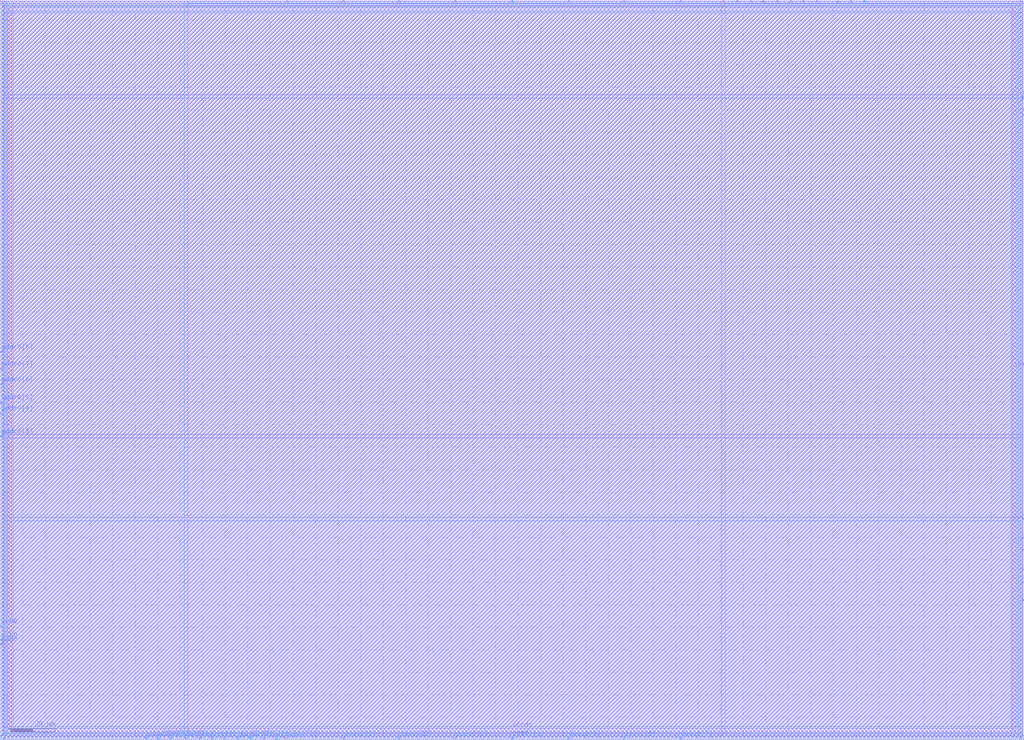
<source format=lef>
VERSION 5.4 ;
NAMESCASESENSITIVE ON ;
BUSBITCHARS "[]" ;
DIVIDERCHAR "/" ;
UNITS
  DATABASE MICRONS 2000 ;
END UNITS
MACRO myconfig
   CLASS BLOCK ;
   SIZE 454.62 BY 328.82 ;
   SYMMETRY X Y R90 ;
   PIN din0[0]
      DIRECTION INPUT ;
      PORT
         LAYER met4 ;
         RECT  82.28 0.0 82.66 1.06 ;
      END
   END din0[0]
   PIN din0[1]
      DIRECTION INPUT ;
      PORT
         LAYER met4 ;
         RECT  88.4 0.0 88.78 1.06 ;
      END
   END din0[1]
   PIN din0[2]
      DIRECTION INPUT ;
      PORT
         LAYER met4 ;
         RECT  93.84 0.0 94.22 1.06 ;
      END
   END din0[2]
   PIN din0[3]
      DIRECTION INPUT ;
      PORT
         LAYER met4 ;
         RECT  99.28 0.0 99.66 1.06 ;
      END
   END din0[3]
   PIN din0[4]
      DIRECTION INPUT ;
      PORT
         LAYER met4 ;
         RECT  105.4 0.0 105.78 1.06 ;
      END
   END din0[4]
   PIN din0[5]
      DIRECTION INPUT ;
      PORT
         LAYER met4 ;
         RECT  110.84 0.0 111.22 1.06 ;
      END
   END din0[5]
   PIN din0[6]
      DIRECTION INPUT ;
      PORT
         LAYER met4 ;
         RECT  116.96 0.0 117.34 1.06 ;
      END
   END din0[6]
   PIN din0[7]
      DIRECTION INPUT ;
      PORT
         LAYER met4 ;
         RECT  122.4 0.0 122.78 1.06 ;
      END
   END din0[7]
   PIN din1[0]
      DIRECTION INPUT ;
      PORT
         LAYER met4 ;
         RECT  320.96 327.76 321.34 328.82 ;
      END
   END din1[0]
   PIN din1[1]
      DIRECTION INPUT ;
      PORT
         LAYER met4 ;
         RECT  327.08 327.76 327.46 328.82 ;
      END
   END din1[1]
   PIN din1[2]
      DIRECTION INPUT ;
      PORT
         LAYER met4 ;
         RECT  333.2 327.76 333.58 328.82 ;
      END
   END din1[2]
   PIN din1[3]
      DIRECTION INPUT ;
      PORT
         LAYER met4 ;
         RECT  338.64 327.76 339.02 328.82 ;
      END
   END din1[3]
   PIN din1[4]
      DIRECTION INPUT ;
      PORT
         LAYER met4 ;
         RECT  344.76 327.76 345.14 328.82 ;
      END
   END din1[4]
   PIN din1[5]
      DIRECTION INPUT ;
      PORT
         LAYER met4 ;
         RECT  350.88 327.76 351.26 328.82 ;
      END
   END din1[5]
   PIN din1[6]
      DIRECTION INPUT ;
      PORT
         LAYER met4 ;
         RECT  356.32 327.76 356.7 328.82 ;
      END
   END din1[6]
   PIN din1[7]
      DIRECTION INPUT ;
      PORT
         LAYER met4 ;
         RECT  362.44 327.76 362.82 328.82 ;
      END
   END din1[7]
   PIN addr0[0]
      DIRECTION INPUT ;
      PORT
         LAYER met4 ;
         RECT  64.6 0.0 64.98 1.06 ;
      END
   END addr0[0]
   PIN addr0[1]
      DIRECTION INPUT ;
      PORT
         LAYER met4 ;
         RECT  70.04 0.0 70.42 1.06 ;
      END
   END addr0[1]
   PIN addr0[2]
      DIRECTION INPUT ;
      PORT
         LAYER met4 ;
         RECT  75.48 0.0 75.86 1.06 ;
      END
   END addr0[2]
   PIN addr0[3]
      DIRECTION INPUT ;
      PORT
         LAYER met3 ;
         RECT  0.0 134.64 1.06 135.02 ;
      END
   END addr0[3]
   PIN addr0[4]
      DIRECTION INPUT ;
      PORT
         LAYER met3 ;
         RECT  0.0 144.84 1.06 145.22 ;
      END
   END addr0[4]
   PIN addr0[5]
      DIRECTION INPUT ;
      PORT
         LAYER met3 ;
         RECT  0.0 149.6 1.06 149.98 ;
      END
   END addr0[5]
   PIN addr0[6]
      DIRECTION INPUT ;
      PORT
         LAYER met3 ;
         RECT  0.0 157.76 1.06 158.14 ;
      END
   END addr0[6]
   PIN addr0[7]
      DIRECTION INPUT ;
      PORT
         LAYER met3 ;
         RECT  0.0 164.56 1.06 164.94 ;
      END
   END addr0[7]
   PIN addr0[8]
      DIRECTION INPUT ;
      PORT
         LAYER met3 ;
         RECT  0.0 172.04 1.06 172.42 ;
      END
   END addr0[8]
   PIN addr1[0]
      DIRECTION INPUT ;
      PORT
         LAYER met4 ;
         RECT  383.52 327.76 383.9 328.82 ;
      END
   END addr1[0]
   PIN addr1[1]
      DIRECTION INPUT ;
      PORT
         LAYER met4 ;
         RECT  377.4 327.76 377.78 328.82 ;
      END
   END addr1[1]
   PIN addr1[2]
      DIRECTION INPUT ;
      PORT
         LAYER met4 ;
         RECT  371.96 327.76 372.34 328.82 ;
      END
   END addr1[2]
   PIN addr1[3]
      DIRECTION INPUT ;
      PORT
         LAYER met3 ;
         RECT  453.56 97.92 454.62 98.3 ;
      END
   END addr1[3]
   PIN addr1[4]
      DIRECTION INPUT ;
      PORT
         LAYER met3 ;
         RECT  453.56 89.76 454.62 90.14 ;
      END
   END addr1[4]
   PIN addr1[5]
      DIRECTION INPUT ;
      PORT
         LAYER met3 ;
         RECT  453.56 84.32 454.62 84.7 ;
      END
   END addr1[5]
   PIN addr1[6]
      DIRECTION INPUT ;
      PORT
         LAYER met3 ;
         RECT  453.56 75.48 454.62 75.86 ;
      END
   END addr1[6]
   PIN addr1[7]
      DIRECTION INPUT ;
      PORT
         LAYER met3 ;
         RECT  453.56 70.04 454.62 70.42 ;
      END
   END addr1[7]
   PIN addr1[8]
      DIRECTION INPUT ;
      PORT
         LAYER met3 ;
         RECT  453.56 61.88 454.62 62.26 ;
      END
   END addr1[8]
   PIN csb0
      DIRECTION INPUT ;
      PORT
         LAYER met3 ;
         RECT  0.0 42.16 1.06 42.54 ;
      END
   END csb0
   PIN csb1
      DIRECTION INPUT ;
      PORT
         LAYER met3 ;
         RECT  453.56 285.6 454.62 285.98 ;
      END
   END csb1
   PIN web0
      DIRECTION INPUT ;
      PORT
         LAYER met3 ;
         RECT  0.0 50.32 1.06 50.7 ;
      END
   END web0
   PIN web1
      DIRECTION INPUT ;
      PORT
         LAYER met3 ;
         RECT  453.56 277.44 454.62 277.82 ;
      END
   END web1
   PIN clk0
      DIRECTION INPUT ;
      PORT
         LAYER met3 ;
         RECT  0.0 44.2 1.06 44.58 ;
      END
   END clk0
   PIN clk1
      DIRECTION INPUT ;
      PORT
         LAYER met3 ;
         RECT  453.56 284.92 454.62 285.3 ;
      END
   END clk1
   PIN dout0[0]
      DIRECTION OUTPUT ;
      PORT
         LAYER met4 ;
         RECT  126.48 0.0 126.86 1.06 ;
      END
   END dout0[0]
   PIN dout0[1]
      DIRECTION OUTPUT ;
      PORT
         LAYER met4 ;
         RECT  152.32 0.0 152.7 1.06 ;
      END
   END dout0[1]
   PIN dout0[2]
      DIRECTION OUTPUT ;
      PORT
         LAYER met4 ;
         RECT  176.8 0.0 177.18 1.06 ;
      END
   END dout0[2]
   PIN dout0[3]
      DIRECTION OUTPUT ;
      PORT
         LAYER met4 ;
         RECT  201.96 0.0 202.34 1.06 ;
      END
   END dout0[3]
   PIN dout0[4]
      DIRECTION OUTPUT ;
      PORT
         LAYER met4 ;
         RECT  227.12 0.0 227.5 1.06 ;
      END
   END dout0[4]
   PIN dout0[5]
      DIRECTION OUTPUT ;
      PORT
         LAYER met4 ;
         RECT  252.28 0.0 252.66 1.06 ;
      END
   END dout0[5]
   PIN dout0[6]
      DIRECTION OUTPUT ;
      PORT
         LAYER met4 ;
         RECT  276.76 0.0 277.14 1.06 ;
      END
   END dout0[6]
   PIN dout0[7]
      DIRECTION OUTPUT ;
      PORT
         LAYER met4 ;
         RECT  301.92 0.0 302.3 1.06 ;
      END
   END dout0[7]
   PIN dout1[0]
      DIRECTION OUTPUT ;
      PORT
         LAYER met4 ;
         RECT  127.16 327.76 127.54 328.82 ;
      END
   END dout1[0]
   PIN dout1[1]
      DIRECTION OUTPUT ;
      PORT
         LAYER met4 ;
         RECT  152.32 327.76 152.7 328.82 ;
      END
   END dout1[1]
   PIN dout1[2]
      DIRECTION OUTPUT ;
      PORT
         LAYER met4 ;
         RECT  176.8 327.76 177.18 328.82 ;
      END
   END dout1[2]
   PIN dout1[3]
      DIRECTION OUTPUT ;
      PORT
         LAYER met4 ;
         RECT  201.96 327.76 202.34 328.82 ;
      END
   END dout1[3]
   PIN dout1[4]
      DIRECTION OUTPUT ;
      PORT
         LAYER met4 ;
         RECT  227.12 327.76 227.5 328.82 ;
      END
   END dout1[4]
   PIN dout1[5]
      DIRECTION OUTPUT ;
      PORT
         LAYER met4 ;
         RECT  252.28 327.76 252.66 328.82 ;
      END
   END dout1[5]
   PIN dout1[6]
      DIRECTION OUTPUT ;
      PORT
         LAYER met4 ;
         RECT  276.76 327.76 277.14 328.82 ;
      END
   END dout1[6]
   PIN dout1[7]
      DIRECTION OUTPUT ;
      PORT
         LAYER met4 ;
         RECT  301.92 327.76 302.3 328.82 ;
      END
   END dout1[7]
   PIN vccd1
      DIRECTION INOUT ;
      USE POWER ; 
      SHAPE ABUTMENT ; 
      PORT
         LAYER met3 ;
         RECT  3.4 323.68 451.22 325.42 ;
         LAYER met4 ;
         RECT  3.4 3.4 5.14 325.42 ;
         LAYER met3 ;
         RECT  3.4 3.4 451.22 5.14 ;
         LAYER met4 ;
         RECT  449.48 3.4 451.22 325.42 ;
      END
   END vccd1
   PIN vssd1
      DIRECTION INOUT ;
      USE GROUND ; 
      SHAPE ABUTMENT ; 
      PORT
         LAYER met3 ;
         RECT  0.0 327.08 454.62 328.82 ;
         LAYER met3 ;
         RECT  0.0 0.0 454.62 1.74 ;
         LAYER met4 ;
         RECT  0.0 0.0 1.74 328.82 ;
         LAYER met4 ;
         RECT  452.88 0.0 454.62 328.82 ;
      END
   END vssd1
   OBS
   LAYER  met1 ;
      RECT  0.62 0.62 454.0 328.2 ;
   LAYER  met2 ;
      RECT  0.62 0.62 454.0 328.2 ;
   LAYER  met3 ;
      RECT  1.66 134.04 454.0 135.62 ;
      RECT  0.62 135.62 1.66 144.24 ;
      RECT  0.62 145.82 1.66 149.0 ;
      RECT  0.62 150.58 1.66 157.16 ;
      RECT  0.62 158.74 1.66 163.96 ;
      RECT  0.62 165.54 1.66 171.44 ;
      RECT  1.66 97.32 452.96 98.9 ;
      RECT  1.66 98.9 452.96 134.04 ;
      RECT  452.96 98.9 454.0 134.04 ;
      RECT  452.96 90.74 454.0 97.32 ;
      RECT  452.96 85.3 454.0 89.16 ;
      RECT  452.96 76.46 454.0 83.72 ;
      RECT  452.96 71.02 454.0 74.88 ;
      RECT  452.96 62.86 454.0 69.44 ;
      RECT  1.66 135.62 452.96 285.0 ;
      RECT  1.66 285.0 452.96 286.58 ;
      RECT  0.62 51.3 1.66 134.04 ;
      RECT  452.96 135.62 454.0 276.84 ;
      RECT  0.62 43.14 1.66 43.6 ;
      RECT  0.62 45.18 1.66 49.72 ;
      RECT  452.96 278.42 454.0 284.32 ;
      RECT  1.66 286.58 2.8 323.08 ;
      RECT  1.66 323.08 2.8 326.02 ;
      RECT  2.8 286.58 451.82 323.08 ;
      RECT  451.82 286.58 452.96 323.08 ;
      RECT  451.82 323.08 452.96 326.02 ;
      RECT  1.66 2.8 2.8 5.74 ;
      RECT  1.66 5.74 2.8 97.32 ;
      RECT  2.8 5.74 451.82 97.32 ;
      RECT  451.82 2.8 452.96 5.74 ;
      RECT  451.82 5.74 452.96 97.32 ;
      RECT  0.62 173.02 1.66 326.48 ;
      RECT  452.96 286.58 454.0 326.48 ;
      RECT  1.66 326.02 2.8 326.48 ;
      RECT  2.8 326.02 451.82 326.48 ;
      RECT  451.82 326.02 452.96 326.48 ;
      RECT  452.96 2.34 454.0 61.28 ;
      RECT  0.62 2.34 1.66 41.56 ;
      RECT  1.66 2.34 2.8 2.8 ;
      RECT  2.8 2.34 451.82 2.8 ;
      RECT  451.82 2.34 452.96 2.8 ;
   LAYER  met4 ;
      RECT  81.68 1.66 83.26 328.2 ;
      RECT  83.26 0.62 87.8 1.66 ;
      RECT  89.38 0.62 93.24 1.66 ;
      RECT  94.82 0.62 98.68 1.66 ;
      RECT  100.26 0.62 104.8 1.66 ;
      RECT  106.38 0.62 110.24 1.66 ;
      RECT  111.82 0.62 116.36 1.66 ;
      RECT  117.94 0.62 121.8 1.66 ;
      RECT  83.26 1.66 320.36 327.16 ;
      RECT  320.36 1.66 321.94 327.16 ;
      RECT  321.94 327.16 326.48 328.2 ;
      RECT  328.06 327.16 332.6 328.2 ;
      RECT  334.18 327.16 338.04 328.2 ;
      RECT  339.62 327.16 344.16 328.2 ;
      RECT  345.74 327.16 350.28 328.2 ;
      RECT  351.86 327.16 355.72 328.2 ;
      RECT  357.3 327.16 361.84 328.2 ;
      RECT  65.58 0.62 69.44 1.66 ;
      RECT  71.02 0.62 74.88 1.66 ;
      RECT  76.46 0.62 81.68 1.66 ;
      RECT  378.38 327.16 382.92 328.2 ;
      RECT  363.42 327.16 371.36 328.2 ;
      RECT  372.94 327.16 376.8 328.2 ;
      RECT  123.38 0.62 125.88 1.66 ;
      RECT  127.46 0.62 151.72 1.66 ;
      RECT  153.3 0.62 176.2 1.66 ;
      RECT  177.78 0.62 201.36 1.66 ;
      RECT  202.94 0.62 226.52 1.66 ;
      RECT  228.1 0.62 251.68 1.66 ;
      RECT  253.26 0.62 276.16 1.66 ;
      RECT  277.74 0.62 301.32 1.66 ;
      RECT  83.26 327.16 126.56 328.2 ;
      RECT  128.14 327.16 151.72 328.2 ;
      RECT  153.3 327.16 176.2 328.2 ;
      RECT  177.78 327.16 201.36 328.2 ;
      RECT  202.94 327.16 226.52 328.2 ;
      RECT  228.1 327.16 251.68 328.2 ;
      RECT  253.26 327.16 276.16 328.2 ;
      RECT  277.74 327.16 301.32 328.2 ;
      RECT  302.9 327.16 320.36 328.2 ;
      RECT  2.8 1.66 5.74 2.8 ;
      RECT  2.8 326.02 5.74 328.2 ;
      RECT  5.74 1.66 81.68 2.8 ;
      RECT  5.74 2.8 81.68 326.02 ;
      RECT  5.74 326.02 81.68 328.2 ;
      RECT  321.94 1.66 448.88 2.8 ;
      RECT  321.94 2.8 448.88 326.02 ;
      RECT  321.94 326.02 448.88 327.16 ;
      RECT  448.88 1.66 451.82 2.8 ;
      RECT  448.88 326.02 451.82 327.16 ;
      RECT  2.34 0.62 64.0 1.66 ;
      RECT  2.34 1.66 2.8 2.8 ;
      RECT  2.34 2.8 2.8 326.02 ;
      RECT  2.34 326.02 2.8 328.2 ;
      RECT  384.5 327.16 452.28 328.2 ;
      RECT  302.9 0.62 452.28 1.66 ;
      RECT  451.82 1.66 452.28 2.8 ;
      RECT  451.82 2.8 452.28 326.02 ;
      RECT  451.82 326.02 452.28 327.16 ;
   END
END    myconfig
END    LIBRARY

</source>
